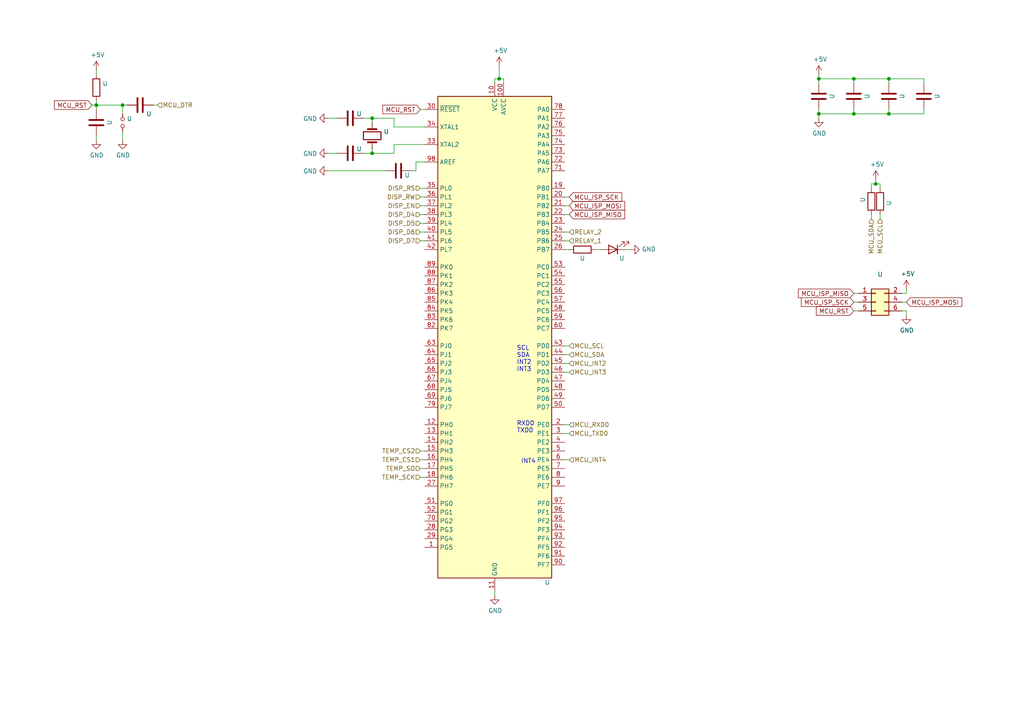
<source format=kicad_sch>
(kicad_sch (version 20220622) (generator eeschema)
  (paper "A4")
  (lib_symbols
    (symbol "Connector_Generic:Conn_02x03_Odd_Even" (pin_names (offset 1.016) hide)
      (property "Reference" "J" (at 1.27 5.08 0))
      (property "Value" "Conn_02x03_Odd_Even" (at 1.27 -5.08 0))
      (symbol "Conn_02x03_Odd_Even_1_1"
        (rectangle (start -1.27 -2.413) (end 0 -2.667) (stroke (width 0.1524)))
        (rectangle (start -1.27 0.127) (end 0 -0.127) (stroke (width 0.1524)))
        (rectangle (start -1.27 2.667) (end 0 2.413) (stroke (width 0.1524)))
        (rectangle (start -1.27 3.81) (end 3.81 -3.81) (stroke (width 0.254)) (fill (type background)))
        (rectangle (start 3.81 -2.413) (end 2.54 -2.667) (stroke (width 0.1524)))
        (rectangle (start 3.81 0.127) (end 2.54 -0.127) (stroke (width 0.1524)))
        (rectangle (start 3.81 2.667) (end 2.54 2.413) (stroke (width 0.1524)))
        (pin passive line (at -5.08 2.54 0) (length 3.81) (name "Pin_1") (number "1"))
        (pin passive line (at 7.62 2.54 180) (length 3.81) (name "Pin_2") (number "2"))
        (pin passive line (at -5.08 0 0) (length 3.81) (name "Pin_3") (number "3"))
        (pin passive line (at 7.62 0 180) (length 3.81) (name "Pin_4") (number "4"))
        (pin passive line (at -5.08 -2.54 0) (length 3.81) (name "Pin_5") (number "5"))
        (pin passive line (at 7.62 -2.54 180) (length 3.81) (name "Pin_6") (number "6"))
      )
    )
    (symbol "Device:C" (pin_numbers hide) (pin_names (offset 0.254))
      (property "Reference" "C" (at 0.635 2.54 0))
      (property "Value" "C" (at 0.635 -2.54 0))
      (symbol "C_0_1"
        (polyline (pts (xy -2.032 -0.762) (xy 2.032 -0.762)) (stroke (width 0.508)))
        (polyline (pts (xy -2.032 0.762) (xy 2.032 0.762)) (stroke (width 0.508)))
      )
      (symbol "C_1_1"
        (pin passive line (at 0 3.81 270) (length 2.794) (name "~") (number "1"))
        (pin passive line (at 0 -3.81 90) (length 2.794) (name "~") (number "2"))
      )
    )
    (symbol "Device:Crystal" (pin_numbers hide) (pin_names (offset 1.016) hide)
      (property "Reference" "Y" (at 0 3.81 0))
      (property "Value" "Crystal" (at 0 -3.81 0))
      (symbol "Crystal_0_1"
        (rectangle (start -1.143 2.54) (end 1.143 -2.54) (stroke (width 0.3048)))
        (polyline (pts (xy -2.54 0) (xy -1.905 0)))
        (polyline (pts (xy -1.905 -1.27) (xy -1.905 1.27)) (stroke (width 0.508)))
        (polyline (pts (xy 1.905 -1.27) (xy 1.905 1.27)) (stroke (width 0.508)))
        (polyline (pts (xy 2.54 0) (xy 1.905 0)))
      )
      (symbol "Crystal_1_1"
        (pin passive line (at -3.81 0 0) (length 1.27) (name "1") (number "1"))
        (pin passive line (at 3.81 0 180) (length 1.27) (name "2") (number "2"))
      )
    )
    (symbol "Device:LED" (pin_numbers hide) (pin_names (offset 1.016) hide)
      (property "Reference" "D" (at 0 2.54 0))
      (property "Value" "LED" (at 0 -2.54 0))
      (symbol "LED_0_1"
        (polyline (pts (xy -1.27 -1.27) (xy -1.27 1.27)) (stroke (width 0.254)))
        (polyline (pts (xy -1.27 0) (xy 1.27 0)))
        (polyline (pts (xy 1.27 -1.27) (xy 1.27 1.27) (xy -1.27 0) (xy 1.27 -1.27)) (stroke (width 0.254)))
        (polyline (pts (xy -3.048 -0.762) (xy -4.572 -2.286) (xy -3.81 -2.286) (xy -4.572 -2.286) (xy -4.572 -1.524)))
        (polyline (pts (xy -1.778 -0.762) (xy -3.302 -2.286) (xy -2.54 -2.286) (xy -3.302 -2.286) (xy -3.302 -1.524)))
      )
      (symbol "LED_1_1"
        (pin passive line (at -3.81 0 0) (length 2.54) (name "K") (number "1"))
        (pin passive line (at 3.81 0 180) (length 2.54) (name "A") (number "2"))
      )
    )
    (symbol "Device:R" (pin_numbers hide) (pin_names (offset 0))
      (property "Reference" "R" (at 2.032 0 90))
      (property "Value" "R" (at 0 0 90))
      (symbol "R_0_1"
        (rectangle (start -1.016 -2.54) (end 1.016 2.54) (stroke (width 0.254)))
      )
      (symbol "R_1_1"
        (pin passive line (at 0 3.81 270) (length 1.27) (name "~") (number "1"))
        (pin passive line (at 0 -3.81 90) (length 1.27) (name "~") (number "2"))
      )
    )
    (symbol "burner-rescue:ATmega2560-16AU-MCU_Microchip_ATmega"
      (property "Reference" "U" (at 0 1.27 0))
      (property "Value" "ATmega2560-16AU-MCU_Microchip_ATmega" (at 0 -1.27 0))
      (symbol "ATmega2560-16AU-MCU_Microchip_ATmega_0_1"
        (rectangle (start -16.51 -69.85) (end 16.51 69.85) (stroke (width 0.254)) (fill (type background)))
      )
      (symbol "ATmega2560-16AU-MCU_Microchip_ATmega_1_1"
        (pin bidirectional line (at -20.32 -60.96 0) (length 3.81) (name "PG5") (number "1"))
        (pin power_in line (at 0 73.66 270) (length 3.81) (name "VCC") (number "10"))
        (pin power_in line (at 2.54 73.66 270) (length 3.81) (name "AVCC") (number "100"))
        (pin power_in line (at 0 -73.66 90) (length 3.81) (name "GND") (number "11"))
        (pin bidirectional line (at -20.32 -25.4 0) (length 3.81) (name "PH0") (number "12"))
        (pin bidirectional line (at -20.32 -27.94 0) (length 3.81) (name "PH1") (number "13"))
        (pin bidirectional line (at -20.32 -30.48 0) (length 3.81) (name "PH2") (number "14"))
        (pin bidirectional line (at -20.32 -33.02 0) (length 3.81) (name "PH3") (number "15"))
        (pin bidirectional line (at -20.32 -35.56 0) (length 3.81) (name "PH4") (number "16"))
        (pin bidirectional line (at -20.32 -38.1 0) (length 3.81) (name "PH5") (number "17"))
        (pin bidirectional line (at -20.32 -40.64 0) (length 3.81) (name "PH6") (number "18"))
        (pin bidirectional line (at 20.32 43.18 180) (length 3.81) (name "PB0") (number "19"))
        (pin bidirectional line (at 20.32 -25.4 180) (length 3.81) (name "PE0") (number "2"))
        (pin bidirectional line (at 20.32 40.64 180) (length 3.81) (name "PB1") (number "20"))
        (pin bidirectional line (at 20.32 38.1 180) (length 3.81) (name "PB2") (number "21"))
        (pin bidirectional line (at 20.32 35.56 180) (length 3.81) (name "PB3") (number "22"))
        (pin bidirectional line (at 20.32 33.02 180) (length 3.81) (name "PB4") (number "23"))
        (pin bidirectional line (at 20.32 30.48 180) (length 3.81) (name "PB5") (number "24"))
        (pin bidirectional line (at 20.32 27.94 180) (length 3.81) (name "PB6") (number "25"))
        (pin bidirectional line (at 20.32 25.4 180) (length 3.81) (name "PB7") (number "26"))
        (pin bidirectional line (at -20.32 -43.18 0) (length 3.81) (name "PH7") (number "27"))
        (pin bidirectional line (at -20.32 -55.88 0) (length 3.81) (name "PG3") (number "28"))
        (pin bidirectional line (at -20.32 -58.42 0) (length 3.81) (name "PG4") (number "29"))
        (pin bidirectional line (at 20.32 -27.94 180) (length 3.81) (name "PE1") (number "3"))
        (pin input line (at -20.32 66.04 0) (length 3.81) (name "~{RESET}") (number "30"))
        (pin passive line (at 0 73.66 270) (length 3.81) hide (name "VCC") (number "31"))
        (pin passive line (at 0 -73.66 90) (length 3.81) hide (name "GND") (number "32"))
        (pin output line (at -20.32 55.88 0) (length 3.81) (name "XTAL2") (number "33"))
        (pin input line (at -20.32 60.96 0) (length 3.81) (name "XTAL1") (number "34"))
        (pin bidirectional line (at -20.32 43.18 0) (length 3.81) (name "PL0") (number "35"))
        (pin bidirectional line (at -20.32 40.64 0) (length 3.81) (name "PL1") (number "36"))
        (pin bidirectional line (at -20.32 38.1 0) (length 3.81) (name "PL2") (number "37"))
        (pin bidirectional line (at -20.32 35.56 0) (length 3.81) (name "PL3") (number "38"))
        (pin bidirectional line (at -20.32 33.02 0) (length 3.81) (name "PL4") (number "39"))
        (pin bidirectional line (at 20.32 -30.48 180) (length 3.81) (name "PE2") (number "4"))
        (pin bidirectional line (at -20.32 30.48 0) (length 3.81) (name "PL5") (number "40"))
        (pin bidirectional line (at -20.32 27.94 0) (length 3.81) (name "PL6") (number "41"))
        (pin bidirectional line (at -20.32 25.4 0) (length 3.81) (name "PL7") (number "42"))
        (pin bidirectional line (at 20.32 -2.54 180) (length 3.81) (name "PD0") (number "43"))
        (pin bidirectional line (at 20.32 -5.08 180) (length 3.81) (name "PD1") (number "44"))
        (pin bidirectional line (at 20.32 -7.62 180) (length 3.81) (name "PD2") (number "45"))
        (pin bidirectional line (at 20.32 -10.16 180) (length 3.81) (name "PD3") (number "46"))
        (pin bidirectional line (at 20.32 -12.7 180) (length 3.81) (name "PD4") (number "47"))
        (pin bidirectional line (at 20.32 -15.24 180) (length 3.81) (name "PD5") (number "48"))
        (pin bidirectional line (at 20.32 -17.78 180) (length 3.81) (name "PD6") (number "49"))
        (pin bidirectional line (at 20.32 -33.02 180) (length 3.81) (name "PE3") (number "5"))
        (pin bidirectional line (at 20.32 -20.32 180) (length 3.81) (name "PD7") (number "50"))
        (pin bidirectional line (at -20.32 -48.26 0) (length 3.81) (name "PG0") (number "51"))
        (pin bidirectional line (at -20.32 -50.8 0) (length 3.81) (name "PG1") (number "52"))
        (pin bidirectional line (at 20.32 20.32 180) (length 3.81) (name "PC0") (number "53"))
        (pin bidirectional line (at 20.32 17.78 180) (length 3.81) (name "PC1") (number "54"))
        (pin bidirectional line (at 20.32 15.24 180) (length 3.81) (name "PC2") (number "55"))
        (pin bidirectional line (at 20.32 12.7 180) (length 3.81) (name "PC3") (number "56"))
        (pin bidirectional line (at 20.32 10.16 180) (length 3.81) (name "PC4") (number "57"))
        (pin bidirectional line (at 20.32 7.62 180) (length 3.81) (name "PC5") (number "58"))
        (pin bidirectional line (at 20.32 5.08 180) (length 3.81) (name "PC6") (number "59"))
        (pin bidirectional line (at 20.32 -35.56 180) (length 3.81) (name "PE4") (number "6"))
        (pin bidirectional line (at 20.32 2.54 180) (length 3.81) (name "PC7") (number "60"))
        (pin passive line (at 0 73.66 270) (length 3.81) hide (name "VCC") (number "61"))
        (pin passive line (at 0 -73.66 90) (length 3.81) hide (name "GND") (number "62"))
        (pin bidirectional line (at -20.32 -2.54 0) (length 3.81) (name "PJ0") (number "63"))
        (pin bidirectional line (at -20.32 -5.08 0) (length 3.81) (name "PJ1") (number "64"))
        (pin bidirectional line (at -20.32 -7.62 0) (length 3.81) (name "PJ2") (number "65"))
        (pin bidirectional line (at -20.32 -10.16 0) (length 3.81) (name "PJ3") (number "66"))
        (pin bidirectional line (at -20.32 -12.7 0) (length 3.81) (name "PJ4") (number "67"))
        (pin bidirectional line (at -20.32 -15.24 0) (length 3.81) (name "PJ5") (number "68"))
        (pin bidirectional line (at -20.32 -17.78 0) (length 3.81) (name "PJ6") (number "69"))
        (pin bidirectional line (at 20.32 -38.1 180) (length 3.81) (name "PE5") (number "7"))
        (pin bidirectional line (at -20.32 -53.34 0) (length 3.81) (name "PG2") (number "70"))
        (pin bidirectional line (at 20.32 48.26 180) (length 3.81) (name "PA7") (number "71"))
        (pin bidirectional line (at 20.32 50.8 180) (length 3.81) (name "PA6") (number "72"))
        (pin bidirectional line (at 20.32 53.34 180) (length 3.81) (name "PA5") (number "73"))
        (pin bidirectional line (at 20.32 55.88 180) (length 3.81) (name "PA4") (number "74"))
        (pin bidirectional line (at 20.32 58.42 180) (length 3.81) (name "PA3") (number "75"))
        (pin bidirectional line (at 20.32 60.96 180) (length 3.81) (name "PA2") (number "76"))
        (pin bidirectional line (at 20.32 63.5 180) (length 3.81) (name "PA1") (number "77"))
        (pin bidirectional line (at 20.32 66.04 180) (length 3.81) (name "PA0") (number "78"))
        (pin bidirectional line (at -20.32 -20.32 0) (length 3.81) (name "PJ7") (number "79"))
        (pin bidirectional line (at 20.32 -40.64 180) (length 3.81) (name "PE6") (number "8"))
        (pin passive line (at 0 73.66 270) (length 3.81) hide (name "VCC") (number "80"))
        (pin passive line (at 0 -73.66 90) (length 3.81) hide (name "GND") (number "81"))
        (pin bidirectional line (at -20.32 2.54 0) (length 3.81) (name "PK7") (number "82"))
        (pin bidirectional line (at -20.32 5.08 0) (length 3.81) (name "PK6") (number "83"))
        (pin bidirectional line (at -20.32 7.62 0) (length 3.81) (name "PK5") (number "84"))
        (pin bidirectional line (at -20.32 10.16 0) (length 3.81) (name "PK4") (number "85"))
        (pin bidirectional line (at -20.32 12.7 0) (length 3.81) (name "PK3") (number "86"))
        (pin bidirectional line (at -20.32 15.24 0) (length 3.81) (name "PK2") (number "87"))
        (pin bidirectional line (at -20.32 17.78 0) (length 3.81) (name "PK1") (number "88"))
        (pin bidirectional line (at -20.32 20.32 0) (length 3.81) (name "PK0") (number "89"))
        (pin bidirectional line (at 20.32 -43.18 180) (length 3.81) (name "PE7") (number "9"))
        (pin bidirectional line (at 20.32 -66.04 180) (length 3.81) (name "PF7") (number "90"))
        (pin bidirectional line (at 20.32 -63.5 180) (length 3.81) (name "PF6") (number "91"))
        (pin bidirectional line (at 20.32 -60.96 180) (length 3.81) (name "PF5") (number "92"))
        (pin bidirectional line (at 20.32 -58.42 180) (length 3.81) (name "PF4") (number "93"))
        (pin bidirectional line (at 20.32 -55.88 180) (length 3.81) (name "PF3") (number "94"))
        (pin bidirectional line (at 20.32 -53.34 180) (length 3.81) (name "PF2") (number "95"))
        (pin bidirectional line (at 20.32 -50.8 180) (length 3.81) (name "PF1") (number "96"))
        (pin bidirectional line (at 20.32 -48.26 180) (length 3.81) (name "PF0") (number "97"))
        (pin passive line (at -20.32 50.8 0) (length 3.81) (name "AREF") (number "98"))
        (pin passive line (at 0 -73.66 90) (length 3.81) hide (name "GND") (number "99"))
      )
    )
    (symbol "burner-rescue:Jumper_NO_Small-Device" (pin_numbers hide) (pin_names (offset 0.762) hide)
      (property "Reference" "JP" (at 0 2.032 0))
      (property "Value" "Jumper_NO_Small-Device" (at 0.254 -1.524 0))
      (symbol "Jumper_NO_Small-Device_0_1"
        (circle (center -1.016 0) (radius 0.508))
        (circle (center 1.016 0) (radius 0.508))
        (pin passive line (at -2.54 0 0) (length 1.016) (name "1") (number "1"))
        (pin passive line (at 2.54 0 180) (length 1.016) (name "2") (number "2"))
      )
    )
    (symbol "power:+5V" (power) (pin_names (offset 0))
      (property "Value" "+5V" (at 0 3.556 0))
      (symbol "+5V_0_1"
        (polyline (pts (xy -0.762 1.27) (xy 0 2.54)))
        (polyline (pts (xy 0 0) (xy 0 2.54)))
        (polyline (pts (xy 0 2.54) (xy 0.762 1.27)))
      )
      (symbol "+5V_1_1"
        (pin power_in line (at 0 0 90) (length 0) hide (name "+5V") (number "1"))
      )
    )
    (symbol "power:GND" (power) (pin_names (offset 0))
      (property "Value" "GND" (at 0 -3.81 0))
      (symbol "GND_0_1"
        (polyline (pts (xy 0 0) (xy 0 -1.27) (xy 1.27 -1.27) (xy 0 -2.54) (xy -1.27 -1.27) (xy 0 -1.27)))
      )
      (symbol "GND_1_1"
        (pin power_in line (at 0 0 270) (length 0) hide (name "GND") (number "1"))
      )
    )
  )
  (junction (at 257.81 22.86))
  (junction (at 247.65 22.86))
  (junction (at 35.56 30.48))
  (junction (at 107.95 44.45))
  (junction (at 237.49 33.02))
  (junction (at 237.49 22.86))
  (junction (at 27.94 30.48))
  (junction (at 254 53.34))
  (junction (at 247.65 33.02))
  (junction (at 257.81 33.02))
  (junction (at 107.95 34.29))
  (junction (at 144.78 22.86))
  (wire (pts (xy 144.78 22.86) (xy 144.78 19.05)))
  (wire (pts (xy 121.92 59.69) (xy 123.19 59.69)))
  (wire (pts (xy 27.94 39.37) (xy 27.94 40.64)))
  (wire (pts (xy 121.92 54.61) (xy 123.19 54.61)))
  (wire (pts (xy 237.49 33.02) (xy 247.65 33.02)))
  (wire (pts (xy 247.65 33.02) (xy 257.81 33.02)))
  (wire (pts (xy 114.3 36.83) (xy 114.3 34.29)))
  (wire (pts (xy 257.81 22.86) (xy 267.97 22.86)))
  (wire (pts (xy 172.72 72.39) (xy 173.99 72.39)))
  (wire (pts (xy 163.83 67.31) (xy 165.1 67.31)))
  (wire (pts (xy 121.92 64.77) (xy 123.19 64.77)))
  (wire (pts (xy 121.92 57.15) (xy 123.19 57.15)))
  (wire (pts (xy 143.51 24.13) (xy 143.51 22.86)))
  (wire (pts (xy 123.19 36.83) (xy 114.3 36.83)))
  (wire (pts (xy 119.38 49.53) (xy 120.65 49.53)))
  (wire (pts (xy 255.27 53.34) (xy 255.27 54.61)))
  (wire (pts (xy 143.51 22.86) (xy 144.78 22.86)))
  (wire (pts (xy 120.65 49.53) (xy 120.65 46.99)))
  (wire (pts (xy 107.95 44.45) (xy 114.3 44.45)))
  (wire (pts (xy 95.25 34.29) (xy 97.79 34.29)))
  (wire (pts (xy 27.94 30.48) (xy 27.94 31.75)))
  (wire (pts (xy 254 53.34) (xy 255.27 53.34)))
  (wire (pts (xy 267.97 33.02) (xy 267.97 31.75)))
  (wire (pts (xy 252.73 53.34) (xy 254 53.34)))
  (wire (pts (xy 44.45 30.48) (xy 45.72 30.48)))
  (wire (pts (xy 120.65 46.99) (xy 123.19 46.99)))
  (wire (pts (xy 146.05 24.13) (xy 146.05 22.86)))
  (wire (pts (xy 267.97 22.86) (xy 267.97 24.13)))
  (wire (pts (xy 237.49 22.86) (xy 247.65 22.86)))
  (wire (pts (xy 237.49 22.86) (xy 237.49 21.59)))
  (wire (pts (xy 261.62 85.09) (xy 262.89 85.09)))
  (wire (pts (xy 114.3 34.29) (xy 107.95 34.29)))
  (wire (pts (xy 247.65 31.75) (xy 247.65 33.02)))
  (wire (pts (xy 121.92 135.89) (xy 123.19 135.89)))
  (wire (pts (xy 163.83 62.23) (xy 165.1 62.23)))
  (wire (pts (xy 257.81 33.02) (xy 267.97 33.02)))
  (wire (pts (xy 146.05 22.86) (xy 144.78 22.86)))
  (wire (pts (xy 105.41 44.45) (xy 107.95 44.45)))
  (wire (pts (xy 26.67 30.48) (xy 27.94 30.48)))
  (wire (pts (xy 163.83 125.73) (xy 165.1 125.73)))
  (wire (pts (xy 121.92 138.43) (xy 123.19 138.43)))
  (wire (pts (xy 255.27 62.23) (xy 255.27 63.5)))
  (wire (pts (xy 163.83 100.33) (xy 165.1 100.33)))
  (wire (pts (xy 254 53.34) (xy 254 52.07)))
  (wire (pts (xy 163.83 59.69) (xy 165.1 59.69)))
  (wire (pts (xy 163.83 133.35) (xy 165.1 133.35)))
  (wire (pts (xy 35.56 38.1) (xy 35.56 40.64)))
  (wire (pts (xy 35.56 30.48) (xy 35.56 33.02)))
  (wire (pts (xy 247.65 87.63) (xy 248.92 87.63)))
  (wire (pts (xy 261.62 90.17) (xy 262.89 90.17)))
  (wire (pts (xy 163.83 105.41) (xy 165.1 105.41)))
  (wire (pts (xy 114.3 41.91) (xy 123.19 41.91)))
  (wire (pts (xy 114.3 44.45) (xy 114.3 41.91)))
  (wire (pts (xy 27.94 20.32) (xy 27.94 21.59)))
  (wire (pts (xy 107.95 34.29) (xy 105.41 34.29)))
  (wire (pts (xy 237.49 34.29) (xy 237.49 33.02)))
  (wire (pts (xy 257.81 31.75) (xy 257.81 33.02)))
  (wire (pts (xy 163.83 102.87) (xy 165.1 102.87)))
  (wire (pts (xy 237.49 33.02) (xy 237.49 31.75)))
  (wire (pts (xy 121.92 130.81) (xy 123.19 130.81)))
  (wire (pts (xy 27.94 30.48) (xy 35.56 30.48)))
  (wire (pts (xy 121.92 31.75) (xy 123.19 31.75)))
  (wire (pts (xy 163.83 69.85) (xy 165.1 69.85)))
  (wire (pts (xy 107.95 35.56) (xy 107.95 34.29)))
  (wire (pts (xy 121.92 67.31) (xy 123.19 67.31)))
  (wire (pts (xy 247.65 90.17) (xy 248.92 90.17)))
  (wire (pts (xy 237.49 24.13) (xy 237.49 22.86)))
  (wire (pts (xy 252.73 54.61) (xy 252.73 53.34)))
  (wire (pts (xy 165.1 72.39) (xy 163.83 72.39)))
  (wire (pts (xy 247.65 24.13) (xy 247.65 22.86)))
  (wire (pts (xy 163.83 123.19) (xy 165.1 123.19)))
  (wire (pts (xy 121.92 133.35) (xy 123.19 133.35)))
  (wire (pts (xy 143.51 171.45) (xy 143.51 172.72)))
  (wire (pts (xy 27.94 30.48) (xy 27.94 29.21)))
  (wire (pts (xy 121.92 69.85) (xy 123.19 69.85)))
  (wire (pts (xy 247.65 22.86) (xy 257.81 22.86)))
  (wire (pts (xy 163.83 107.95) (xy 165.1 107.95)))
  (wire (pts (xy 257.81 24.13) (xy 257.81 22.86)))
  (wire (pts (xy 107.95 43.18) (xy 107.95 44.45)))
  (wire (pts (xy 95.25 49.53) (xy 111.76 49.53)))
  (wire (pts (xy 247.65 85.09) (xy 248.92 85.09)))
  (wire (pts (xy 163.83 57.15) (xy 165.1 57.15)))
  (wire (pts (xy 262.89 85.09) (xy 262.89 83.82)))
  (wire (pts (xy 181.61 72.39) (xy 182.88 72.39)))
  (wire (pts (xy 121.92 62.23) (xy 123.19 62.23)))
  (wire (pts (xy 261.62 87.63) (xy 262.89 87.63)))
  (wire (pts (xy 252.73 62.23) (xy 252.73 63.5)))
  (wire (pts (xy 36.83 30.48) (xy 35.56 30.48)))
  (wire (pts (xy 95.25 44.45) (xy 97.79 44.45)))
  (wire (pts (xy 262.89 90.17) (xy 262.89 91.44)))
  (text "RXD0\nTXD0\n" (at 149.86 125.73 0) (effects (font (size 1.27 1.27)) (justify left bottom)))
  (text "SCL\nSDA\nINT2\nINT3\n" (at 149.86 107.95 0) (effects (font (size 1.27 1.27)) (justify left bottom)))
  (text "INT4" (at 151.13 134.62 0) (effects (font (size 1.27 1.27)) (justify left bottom)))
  (global_label "MCU_RST" (shape input) (at 247.65 90.17 180) (property "Intersheetrefs" "${INTERSHEET_REFS}" (at 0 0 0)))
  (global_label "MCU_ISP_MISO" (shape input) (at 165.1 62.23 0) (property "Intersheetrefs" "${INTERSHEET_REFS}" (at 0 0 0)))
  (global_label "MCU_ISP_MISO" (shape input) (at 247.65 85.09 180) (property "Intersheetrefs" "${INTERSHEET_REFS}" (at 0 0 0)))
  (global_label "MCU_ISP_SCK" (shape input) (at 247.65 87.63 180) (property "Intersheetrefs" "${INTERSHEET_REFS}" (at 0 0 0)))
  (global_label "MCU_RST" (shape input) (at 121.92 31.75 180) (property "Intersheetrefs" "${INTERSHEET_REFS}" (at 0 0 0)))
  (global_label "MCU_RST" (shape input) (at 26.67 30.48 180) (property "Intersheetrefs" "${INTERSHEET_REFS}" (at 0 0 0)))
  (global_label "MCU_ISP_MOSI" (shape input) (at 262.89 87.63 0) (property "Intersheetrefs" "${INTERSHEET_REFS}" (at 0 0 0)))
  (global_label "MCU_ISP_MOSI" (shape input) (at 165.1 59.69 0) (property "Intersheetrefs" "${INTERSHEET_REFS}" (at 0 0 0)))
  (global_label "MCU_ISP_SCK" (shape input) (at 165.1 57.15 0) (property "Intersheetrefs" "${INTERSHEET_REFS}" (at 0 0 0)))
  (hierarchical_label "DISP_D5" (shape input) (at 121.92 64.77 180))
  (hierarchical_label "MCU_RXD0" (shape input) (at 165.1 123.19 0))
  (hierarchical_label "TEMP_CS2" (shape input) (at 121.92 130.81 180))
  (hierarchical_label "DISP_RS" (shape input) (at 121.92 54.61 180))
  (hierarchical_label "MCU_INT2" (shape input) (at 165.1 105.41 0))
  (hierarchical_label "MCU_SCL" (shape input) (at 165.1 100.33 0))
  (hierarchical_label "TEMP_SO" (shape input) (at 121.92 135.89 180))
  (hierarchical_label "MCU_TXD0" (shape input) (at 165.1 125.73 0))
  (hierarchical_label "MCU_DTR" (shape input) (at 45.72 30.48 0))
  (hierarchical_label "MCU_SDA" (shape input) (at 165.1 102.87 0))
  (hierarchical_label "DISP_D7" (shape input) (at 121.92 69.85 180))
  (hierarchical_label "DISP_EN" (shape input) (at 121.92 59.69 180))
  (hierarchical_label "DISP_RW" (shape input) (at 121.92 57.15 180))
  (hierarchical_label "RELAY_2" (shape input) (at 165.1 67.31 0))
  (hierarchical_label "MCU_INT4" (shape input) (at 165.1 133.35 0))
  (hierarchical_label "RELAY_1" (shape input) (at 165.1 69.85 0))
  (hierarchical_label "MCU_INT3" (shape input) (at 165.1 107.95 0))
  (hierarchical_label "DISP_D6" (shape input) (at 121.92 67.31 180))
  (hierarchical_label "TEMP_SCK" (shape input) (at 121.92 138.43 180))
  (hierarchical_label "MCU_SDA" (shape input) (at 252.73 63.5 270))
  (hierarchical_label "TEMP_CS1" (shape input) (at 121.92 133.35 180))
  (hierarchical_label "MCU_SCL" (shape input) (at 255.27 63.5 270))
  (hierarchical_label "DISP_D4" (shape input) (at 121.92 62.23 180))
  (symbol (lib_id "burner-rescue:ATmega2560-16AU-MCU_Microchip_ATmega") (at 143.51 97.79 0) (unit 1)
    (default_instance (reference "U") (unit 1) (value "") (footprint ""))
    (property "Reference" "U" (at 158.75 168.91 0))
    (property "Datasheet" "http://ww1.microchip.com/downloads/en/DeviceDoc/Atmel-2549-8-bit-AVR-Microcontroller-ATmega640-1280-1281-2560-2561_datasheet.pdf" (effects hide))
  )
  (symbol (lib_id "power:GND") (at 143.51 172.72 0) (unit 1)
    (default_instance (reference "U") (unit 1) (value "") (footprint ""))
    (property "Reference" "U" (effects hide))
  )
  (symbol (lib_id "Device:Crystal") (at 107.95 39.37 270) (unit 1)
    (default_instance (reference "U") (unit 1) (value "") (footprint ""))
    (property "Reference" "U" (at 111.2774 38.2016 90) (effects (justify left)))
  )
  (symbol (lib_id "Device:C") (at 101.6 34.29 270) (unit 1)
    (default_instance (reference "U") (unit 1) (value "") (footprint ""))
    (property "Reference" "U" (at 104.14 33.02 90))
  )
  (symbol (lib_id "Device:C") (at 101.6 44.45 270) (unit 1)
    (default_instance (reference "U") (unit 1) (value "") (footprint ""))
    (property "Reference" "U" (at 104.14 43.18 90))
  )
  (symbol (lib_id "power:GND") (at 95.25 34.29 270) (unit 1)
    (default_instance (reference "U") (unit 1) (value "") (footprint ""))
    (property "Reference" "U" (effects hide))
  )
  (symbol (lib_id "power:GND") (at 95.25 44.45 270) (unit 1)
    (default_instance (reference "U") (unit 1) (value "") (footprint ""))
    (property "Reference" "U" (effects hide))
  )
  (symbol (lib_id "Device:R") (at 27.94 25.4 0) (unit 1)
    (default_instance (reference "U") (unit 1) (value "") (footprint ""))
    (property "Reference" "U" (at 29.718 24.2316 0) (effects (justify left)))
  )
  (symbol (lib_id "Device:C") (at 27.94 35.56 180) (unit 1)
    (default_instance (reference "U") (unit 1) (value "") (footprint ""))
    (property "Reference" "U" (at 31.75 35.56 90))
  )
  (symbol (lib_id "power:GND") (at 27.94 40.64 0) (unit 1)
    (default_instance (reference "U") (unit 1) (value "") (footprint ""))
    (property "Reference" "U" (effects hide))
  )
  (symbol (lib_id "power:+5V") (at 27.94 20.32 0) (unit 1)
    (default_instance (reference "U") (unit 1) (value "") (footprint ""))
    (property "Reference" "U" (effects hide))
  )
  (symbol (lib_id "Device:C") (at 115.57 49.53 90) (unit 1)
    (default_instance (reference "U") (unit 1) (value "") (footprint ""))
    (property "Reference" "U" (at 118.11 50.8 90))
  )
  (symbol (lib_id "power:GND") (at 95.25 49.53 270) (unit 1)
    (default_instance (reference "U") (unit 1) (value "") (footprint ""))
    (property "Reference" "U" (effects hide))
  )
  (symbol (lib_id "Device:C") (at 237.49 27.94 180) (unit 1)
    (default_instance (reference "U") (unit 1) (value "") (footprint ""))
    (property "Reference" "U" (at 241.3 27.94 90))
  )
  (symbol (lib_id "power:+5V") (at 237.49 21.59 0) (unit 1)
    (default_instance (reference "U") (unit 1) (value "") (footprint ""))
    (property "Reference" "U" (effects hide))
  )
  (symbol (lib_id "Device:C") (at 247.65 27.94 180) (unit 1)
    (default_instance (reference "U") (unit 1) (value "") (footprint ""))
    (property "Reference" "U" (at 251.46 27.94 90))
  )
  (symbol (lib_id "Device:C") (at 257.81 27.94 180) (unit 1)
    (default_instance (reference "U") (unit 1) (value "") (footprint ""))
    (property "Reference" "U" (at 261.62 27.94 90))
  )
  (symbol (lib_id "Device:C") (at 267.97 27.94 180) (unit 1)
    (default_instance (reference "U") (unit 1) (value "") (footprint ""))
    (property "Reference" "U" (at 271.78 27.94 90))
  )
  (symbol (lib_id "power:GND") (at 237.49 34.29 0) (unit 1)
    (default_instance (reference "U") (unit 1) (value "") (footprint ""))
    (property "Reference" "U" (effects hide))
  )
  (symbol (lib_id "power:+5V") (at 144.78 19.05 0) (unit 1)
    (default_instance (reference "U") (unit 1) (value "") (footprint ""))
    (property "Reference" "U" (effects hide))
  )
  (symbol (lib_id "Device:R") (at 255.27 58.42 0) (unit 1)
    (default_instance (reference "U") (unit 1) (value "") (footprint ""))
    (property "Reference" "U" (at 257.81 59.69 90) (effects (justify left)))
  )
  (symbol (lib_id "Device:R") (at 252.73 58.42 180) (unit 1)
    (default_instance (reference "U") (unit 1) (value "") (footprint ""))
    (property "Reference" "U" (at 250.19 57.15 90) (effects (justify left)))
  )
  (symbol (lib_id "power:+5V") (at 254 52.07 0) (unit 1)
    (default_instance (reference "U") (unit 1) (value "") (footprint ""))
    (property "Reference" "U" (effects hide))
  )
  (symbol (lib_id "burner-rescue:Jumper_NO_Small-Device") (at 35.56 35.56 270) (unit 1)
    (default_instance (reference "U") (unit 1) (value "") (footprint ""))
    (property "Reference" "U" (at 36.7792 34.3916 90) (effects (justify left)))
  )
  (symbol (lib_id "power:GND") (at 35.56 40.64 0) (unit 1)
    (default_instance (reference "U") (unit 1) (value "") (footprint ""))
    (property "Reference" "U" (effects hide))
  )
  (symbol (lib_id "Connector_Generic:Conn_02x03_Odd_Even") (at 254 87.63 0) (unit 1)
    (default_instance (reference "U") (unit 1) (value "") (footprint ""))
    (property "Reference" "U" (at 255.27 79.5782 0))
  )
  (symbol (lib_id "power:+5V") (at 262.89 83.82 0) (unit 1)
    (default_instance (reference "U") (unit 1) (value "") (footprint ""))
    (property "Reference" "U" (effects hide))
  )
  (symbol (lib_id "power:GND") (at 262.89 91.44 0) (unit 1)
    (default_instance (reference "U") (unit 1) (value "") (footprint ""))
    (property "Reference" "U" (effects hide))
  )
  (symbol (lib_id "Device:R") (at 168.91 72.39 270) (unit 1)
    (default_instance (reference "U") (unit 1) (value "") (footprint ""))
    (property "Reference" "U" (at 168.91 74.93 90))
  )
  (symbol (lib_id "Device:LED") (at 177.8 72.39 180) (unit 1)
    (default_instance (reference "U") (unit 1) (value "") (footprint ""))
    (property "Reference" "U" (at 180.34 74.93 0))
  )
  (symbol (lib_id "power:GND") (at 182.88 72.39 90) (unit 1)
    (default_instance (reference "U") (unit 1) (value "") (footprint ""))
    (property "Reference" "U" (effects hide))
  )
  (symbol (lib_id "Device:C") (at 40.64 30.48 90) (unit 1)
    (default_instance (reference "U") (unit 1) (value "") (footprint ""))
    (property "Reference" "U" (at 43.18 33.02 90))
  )
)
</source>
